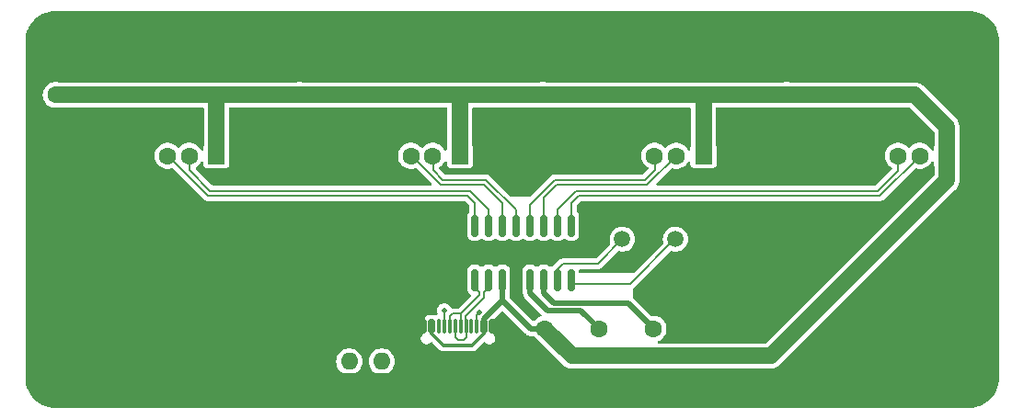
<source format=gtl>
G04 Layer: TopLayer*
G04 EasyEDA Pro v2.2.27.1, 2024-09-15 10:59:50*
G04 Gerber Generator version 0.3*
G04 Scale: 100 percent, Rotated: No, Reflected: No*
G04 Dimensions in millimeters*
G04 Leading zeros omitted, absolute positions, 3 integers and 5 decimals*
%TF.GenerationSoftware,KiCad,Pcbnew,8.0.5*%
%TF.CreationDate,2024-10-25T21:21:59+08:00*%
%TF.ProjectId,USB_HUB_SL2_1A,5553425f-4855-4425-9f53-4c325f31412e,rev?*%
%TF.SameCoordinates,Original*%
%TF.FileFunction,Copper,L1,Top*%
%TF.FilePolarity,Positive*%
%FSLAX46Y46*%
G04 Gerber Fmt 4.6, Leading zero omitted, Abs format (unit mm)*
G04 Created by KiCad (PCBNEW 8.0.5) date 2024-10-25 21:21:59*
%MOMM*%
%LPD*%
G01*
G04 APERTURE LIST*
G04 Aperture macros list*
%AMRoundRect*
0 Rectangle with rounded corners*
0 $1 Rounding radius*
0 $2 $3 $4 $5 $6 $7 $8 $9 X,Y pos of 4 corners*
0 Add a 4 corners polygon primitive as box body*
4,1,4,$2,$3,$4,$5,$6,$7,$8,$9,$2,$3,0*
0 Add four circle primitives for the rounded corners*
1,1,$1+$1,$2,$3*
1,1,$1+$1,$4,$5*
1,1,$1+$1,$6,$7*
1,1,$1+$1,$8,$9*
0 Add four rect primitives between the rounded corners*
20,1,$1+$1,$2,$3,$4,$5,0*
20,1,$1+$1,$4,$5,$6,$7,0*
20,1,$1+$1,$6,$7,$8,$9,0*
20,1,$1+$1,$8,$9,$2,$3,0*%
G04 Aperture macros list end*
%TA.AperFunction,ComponentPad*%
%ADD10C,1.600000*%
%TD*%
%TA.AperFunction,ComponentPad*%
%ADD11C,6.000000*%
%TD*%
%TA.AperFunction,ComponentPad*%
%ADD12O,1.600000X1.600000*%
%TD*%
%TA.AperFunction,ComponentPad*%
%ADD13R,1.600000X1.500000*%
%TD*%
%TA.AperFunction,ComponentPad*%
%ADD14C,3.000000*%
%TD*%
%TA.AperFunction,ComponentPad*%
%ADD15C,1.500000*%
%TD*%
%TA.AperFunction,ComponentPad*%
%ADD16C,2.500000*%
%TD*%
%TA.AperFunction,SMDPad,CuDef*%
%ADD17RoundRect,0.150000X-0.150000X0.850000X-0.150000X-0.850000X0.150000X-0.850000X0.150000X0.850000X0*%
%TD*%
%TA.AperFunction,SMDPad,CuDef*%
%ADD18RoundRect,0.150000X-0.150000X-0.500000X0.150000X-0.500000X0.150000X0.500000X-0.150000X0.500000X0*%
%TD*%
%TA.AperFunction,SMDPad,CuDef*%
%ADD19RoundRect,0.075000X-0.075000X-0.575000X0.075000X-0.575000X0.075000X0.575000X-0.075000X0.575000X0*%
%TD*%
%TA.AperFunction,ComponentPad*%
%ADD20O,1.000000X2.100000*%
%TD*%
%TA.AperFunction,ComponentPad*%
%ADD21O,1.000000X1.600000*%
%TD*%
%TA.AperFunction,ViaPad*%
%ADD22C,0.500000*%
%TD*%
%TA.AperFunction,Conductor*%
%ADD23C,0.180000*%
%TD*%
%TA.AperFunction,Conductor*%
%ADD24C,1.000000*%
%TD*%
%TA.AperFunction,Conductor*%
%ADD25C,1.500000*%
%TD*%
%TA.AperFunction,Conductor*%
%ADD26C,0.500000*%
%TD*%
%TA.AperFunction,Conductor*%
%ADD27C,0.300000*%
%TD*%
%TA.AperFunction,Conductor*%
%ADD28C,0.200000*%
%TD*%
G04 APERTURE END LIST*
D10*
%TO.P,C4,1*%
%TO.N,VBUS*%
X103000000Y-107940000D03*
%TO.P,C4,2*%
%TO.N,GND*%
X103000000Y-112940000D03*
%TD*%
%TO.P,C8,1*%
%TO.N,VBUS*%
X125428570Y-107940000D03*
%TO.P,C8,2*%
%TO.N,GND*%
X125428570Y-112940000D03*
%TD*%
D11*
%TO.P,H1,1,1*%
%TO.N,GND*%
X185000000Y-132000000D03*
%TD*%
D10*
%TO.P,C7,1*%
%TO.N,VBUS*%
X148000000Y-129500000D03*
%TO.P,C7,2*%
%TO.N,GND*%
X148000000Y-134500000D03*
%TD*%
%TO.P,C6,1*%
%TO.N,VBUS*%
X147857140Y-107940000D03*
%TO.P,C6,2*%
%TO.N,GND*%
X147857140Y-112940000D03*
%TD*%
D11*
%TO.P,H2,1,1*%
%TO.N,GND*%
X105000000Y-132000000D03*
%TD*%
D10*
%TO.P,R1,1*%
%TO.N,GND*%
X133000000Y-129955000D03*
D12*
%TO.P,R1,2*%
%TO.N,Net-(USB2-CC2)*%
X133000000Y-132495000D03*
%TD*%
D13*
%TO.P,USB1,1,VBUS*%
%TO.N,VBUS*%
X185000000Y-113560000D03*
D10*
%TO.P,USB1,2,D-*%
%TO.N,/USBA1_D-*%
X182500000Y-113560000D03*
%TO.P,USB1,3,D+*%
%TO.N,/USBA1_D+*%
X180500000Y-113560000D03*
%TO.P,USB1,4,GND*%
%TO.N,GND*%
X178000000Y-113560000D03*
D14*
%TO.P,USB1,5,Shield*%
X188070000Y-110850000D03*
X174930000Y-110850000D03*
%TD*%
D10*
%TO.P,C3,1*%
%TO.N,/VDD18*%
X158000000Y-129500000D03*
%TO.P,C3,2*%
%TO.N,GND*%
X158000000Y-134500000D03*
%TD*%
D13*
%TO.P,USB3,1,VBUS*%
%TO.N,VBUS*%
X162594761Y-113560000D03*
D10*
%TO.P,USB3,2,D-*%
%TO.N,/USBA2_D-*%
X160094761Y-113560000D03*
%TO.P,USB3,3,D+*%
%TO.N,/USBA2_D+*%
X158094761Y-113560000D03*
%TO.P,USB3,4,GND*%
%TO.N,GND*%
X155594761Y-113560000D03*
D14*
%TO.P,USB3,5,Shield*%
X165664761Y-110850000D03*
X152524761Y-110850000D03*
%TD*%
D10*
%TO.P,C2,1*%
%TO.N,/VDD33*%
X153000000Y-129500000D03*
%TO.P,C2,2*%
%TO.N,GND*%
X153000000Y-134500000D03*
%TD*%
D15*
%TO.P,X1,1,1*%
%TO.N,Net-(U1-XIN)*%
X160020000Y-121240000D03*
D16*
%TO.P,X1,2,2*%
%TO.N,GND*%
X157580000Y-121240000D03*
D15*
%TO.P,X1,3,3*%
%TO.N,Net-(U1-XOUT)*%
X155140000Y-121240000D03*
%TD*%
D13*
%TO.P,USB4,1,VBUS*%
%TO.N,VBUS*%
X140189523Y-113560000D03*
D10*
%TO.P,USB4,2,D-*%
%TO.N,/USBA3_D-*%
X137689523Y-113560000D03*
%TO.P,USB4,3,D+*%
%TO.N,/USBA3_D+*%
X135689523Y-113560000D03*
%TO.P,USB4,4,GND*%
%TO.N,GND*%
X133189523Y-113560000D03*
D14*
%TO.P,USB4,5,Shield*%
X143259523Y-110850000D03*
X130119523Y-110850000D03*
%TD*%
D10*
%TO.P,C1,1*%
%TO.N,VBUS*%
X170285710Y-107940000D03*
%TO.P,C1,2*%
%TO.N,GND*%
X170285710Y-112940000D03*
%TD*%
D13*
%TO.P,USB5,1,VBUS*%
%TO.N,VBUS*%
X117784285Y-113560000D03*
D10*
%TO.P,USB5,2,D-*%
%TO.N,/USBA4_D-*%
X115284285Y-113560000D03*
%TO.P,USB5,3,D+*%
%TO.N,/USBA4_D+*%
X113284285Y-113560000D03*
%TO.P,USB5,4,GND*%
%TO.N,GND*%
X110784285Y-113560000D03*
D14*
%TO.P,USB5,5,Shield*%
X120854285Y-110850000D03*
X107714285Y-110850000D03*
%TD*%
D17*
%TO.P,U1,1,DM4*%
%TO.N,/USBA1_D-*%
X150445000Y-120000000D03*
%TO.P,U1,2,DP4*%
%TO.N,/USBA1_D+*%
X149175000Y-120000000D03*
%TO.P,U1,3,DM3*%
%TO.N,/USBA2_D-*%
X147905000Y-120000000D03*
%TO.P,U1,4,DP3*%
%TO.N,/USBA2_D+*%
X146635000Y-120000000D03*
%TO.P,U1,5,DM2*%
%TO.N,/USBA3_D-*%
X145365000Y-120000000D03*
%TO.P,U1,6,DP2*%
%TO.N,/USBA3_D+*%
X144095000Y-120000000D03*
%TO.P,U1,7,DM1*%
%TO.N,/USBA4_D-*%
X142825000Y-120000000D03*
%TO.P,U1,8,DP1*%
%TO.N,/USBA4_D+*%
X141555000Y-120000000D03*
%TO.P,U1,9,DM*%
%TO.N,/USBC_D-*%
X141555000Y-125000000D03*
%TO.P,U1,10,DP*%
%TO.N,/USBC_D+*%
X142825000Y-125000000D03*
%TO.P,U1,11,VDD5*%
%TO.N,VBUS*%
X144095000Y-125000000D03*
%TO.P,U1,12,GND*%
%TO.N,GND*%
X145365000Y-125000000D03*
%TO.P,U1,13,VDD33*%
%TO.N,/VDD33*%
X146635000Y-125000000D03*
%TO.P,U1,14,VDD18*%
%TO.N,/VDD18*%
X147905000Y-125000000D03*
%TO.P,U1,15,XOUT*%
%TO.N,Net-(U1-XOUT)*%
X149175000Y-125000000D03*
%TO.P,U1,16,XIN*%
%TO.N,Net-(U1-XIN)*%
X150445000Y-125000000D03*
%TD*%
D10*
%TO.P,R2,1*%
%TO.N,GND*%
X130000000Y-129955000D03*
D12*
%TO.P,R2,2*%
%TO.N,Net-(USB2-CC1)*%
X130000000Y-132495000D03*
%TD*%
D18*
%TO.P,USB2,A1,GND*%
%TO.N,GND*%
X136800000Y-129255000D03*
%TO.P,USB2,A4,VBUS*%
%TO.N,VBUS*%
X137600000Y-129255000D03*
D19*
%TO.P,USB2,A5,CC1*%
%TO.N,Net-(USB2-CC1)*%
X138750000Y-129255000D03*
%TO.P,USB2,A6,D+*%
%TO.N,/USBC_D+*%
X139750000Y-129255000D03*
%TO.P,USB2,A7,D-*%
%TO.N,/USBC_D-*%
X140250000Y-129255000D03*
%TO.P,USB2,A8,SBU1*%
%TO.N,unconnected-(USB2-SBU1-PadA8)*%
X141250000Y-129255000D03*
D18*
%TO.P,USB2,A9,VBUS*%
%TO.N,VBUS*%
X142400000Y-129255000D03*
%TO.P,USB2,A12,GND*%
%TO.N,GND*%
X143200000Y-129255000D03*
%TO.P,USB2,B1,GND*%
X143200000Y-129255000D03*
%TO.P,USB2,B4,VBUS*%
%TO.N,VBUS*%
X142400000Y-129255000D03*
D19*
%TO.P,USB2,B5,CC2*%
%TO.N,Net-(USB2-CC2)*%
X141750000Y-129255000D03*
%TO.P,USB2,B6,D+*%
%TO.N,/USBC_D+*%
X140750000Y-129255000D03*
%TO.P,USB2,B7,D-*%
%TO.N,/USBC_D-*%
X139250000Y-129255000D03*
%TO.P,USB2,B8,SBU2*%
%TO.N,unconnected-(USB2-SBU2-PadB8)*%
X138250000Y-129255000D03*
D18*
%TO.P,USB2,B9,VBUS*%
%TO.N,VBUS*%
X137600000Y-129255000D03*
%TO.P,USB2,B12,GND*%
%TO.N,GND*%
X136800000Y-129255000D03*
D20*
%TO.P,USB2,S1,SHIELD*%
X135680000Y-129895000D03*
D21*
X135680000Y-134075000D03*
D20*
X144320000Y-129895000D03*
D21*
X144320000Y-134075000D03*
%TD*%
D22*
%TO.N,GND*%
X114250000Y-111728000D03*
X169030000Y-119160000D03*
%TO.N,Net-(USB2-CC1)*%
X138750000Y-127800000D03*
%TO.N,GND*%
X122860000Y-123080000D03*
X168580000Y-102540000D03*
X163980000Y-128100000D03*
X112700000Y-102540000D03*
X133020000Y-102540000D03*
X183820000Y-102540000D03*
X117780000Y-102540000D03*
X178740000Y-102540000D03*
X188250000Y-126140000D03*
X183170000Y-121060000D03*
X137060000Y-119990000D03*
X102540000Y-118000000D03*
X174500000Y-129570000D03*
X122860000Y-102540000D03*
X122860000Y-128160000D03*
X183170000Y-126140000D03*
X107620000Y-102540000D03*
X188250000Y-121060000D03*
X112700000Y-123080000D03*
X146680000Y-122350000D03*
X131980000Y-119990000D03*
X126900000Y-119990000D03*
X107620000Y-128160000D03*
X138100000Y-102540000D03*
X159780000Y-115640000D03*
X117780000Y-128160000D03*
X178740000Y-118800000D03*
X137060000Y-125070000D03*
X174500000Y-134650000D03*
X163950000Y-119160000D03*
X143630000Y-122350000D03*
X102540000Y-128160000D03*
X156770000Y-126130000D03*
X122860000Y-133240000D03*
X158420000Y-102540000D03*
X107620000Y-118000000D03*
X145800000Y-116570000D03*
X107620000Y-123080000D03*
X163500000Y-102540000D03*
X143180000Y-102540000D03*
X169060000Y-128100000D03*
X148260000Y-102540000D03*
X140130000Y-126530000D03*
X126900000Y-125070000D03*
X178190000Y-115500000D03*
X159770000Y-130110000D03*
X153340000Y-102540000D03*
X102540000Y-123080000D03*
X112700000Y-128160000D03*
X131980000Y-125070000D03*
X136270000Y-115870000D03*
X182620000Y-115310000D03*
X179580000Y-129570000D03*
X112700000Y-118000000D03*
X127940000Y-102540000D03*
X117780000Y-133240000D03*
X117780000Y-123080000D03*
X102540000Y-102540000D03*
X163950000Y-124240000D03*
X112700000Y-133240000D03*
X117210000Y-115290000D03*
X169030000Y-124240000D03*
X140280000Y-118410000D03*
X173660000Y-102540000D03*
X146770000Y-127760000D03*
X174110000Y-119160000D03*
X179580000Y-134650000D03*
%TO.N,Net-(USB2-CC2)*%
X142000000Y-127980000D03*
%TD*%
D23*
%TO.N,Net-(U1-XOUT)*%
X149675001Y-123500000D02*
X152880000Y-123500000D01*
X152880000Y-123500000D02*
X155140000Y-121240000D01*
X149175000Y-124000001D02*
X149675001Y-123500000D01*
X149175000Y-125000000D02*
X149175000Y-124000001D01*
D24*
%TO.N,GND*%
X154200000Y-119500000D02*
X151350000Y-122350000D01*
X151350000Y-122350000D02*
X146680000Y-122350000D01*
X155840000Y-119500000D02*
X154200000Y-119500000D01*
X157580000Y-121240000D02*
X155840000Y-119500000D01*
D25*
%TO.N,VBUS*%
X185000000Y-115810000D02*
X185000000Y-113560000D01*
X168810000Y-132000000D02*
X185000000Y-115810000D01*
X148000000Y-129500000D02*
X150500000Y-132000000D01*
X150500000Y-132000000D02*
X168810000Y-132000000D01*
%TO.N,GND*%
X135675000Y-133786500D02*
X147246500Y-133786500D01*
X130000000Y-129955000D02*
X128868630Y-129955000D01*
D24*
X141110000Y-122350000D02*
X135675000Y-127785000D01*
D25*
X182460000Y-134540000D02*
X185000000Y-132000000D01*
X147246500Y-133786500D02*
X148000000Y-134540000D01*
D23*
%TO.N,Net-(USB2-CC1)*%
X138750000Y-129036500D02*
X138750000Y-127800000D01*
D25*
%TO.N,GND*%
X135675000Y-133786500D02*
X135156500Y-134305000D01*
X158000000Y-134540000D02*
X182460000Y-134540000D01*
D26*
X145365000Y-125372500D02*
X145365000Y-122395000D01*
D25*
X135675000Y-129586500D02*
X133368500Y-129586500D01*
D24*
X145410000Y-122350000D02*
X143630000Y-122350000D01*
D26*
X136800000Y-129036500D02*
X136225000Y-129036500D01*
X143775000Y-129036500D02*
X144325000Y-129586500D01*
D25*
X107305000Y-134305000D02*
X105000000Y-132000000D01*
D26*
X145365000Y-122395000D02*
X145410000Y-122350000D01*
X136225000Y-129036500D02*
X135675000Y-129586500D01*
D25*
X148000000Y-134540000D02*
X158000000Y-134540000D01*
X128868630Y-129955000D02*
X126900000Y-131923630D01*
D24*
X146680000Y-122350000D02*
X145410000Y-122350000D01*
D25*
X126900000Y-134305000D02*
X107305000Y-134305000D01*
X130000000Y-129955000D02*
X133000000Y-129955000D01*
D24*
X143630000Y-122350000D02*
X141110000Y-122350000D01*
D25*
X126900000Y-131923630D02*
X126900000Y-134305000D01*
D24*
X135675000Y-127785000D02*
X135675000Y-129586500D01*
D25*
X133368500Y-129586500D02*
X133000000Y-129955000D01*
D26*
X143200000Y-129036500D02*
X143775000Y-129036500D01*
D25*
X135156500Y-134305000D02*
X126900000Y-134305000D01*
X144325000Y-129586500D02*
X144325000Y-133786500D01*
D27*
%TO.N,VBUS*%
X137600000Y-129904999D02*
X138695001Y-131000000D01*
X137600000Y-129255000D02*
X137600000Y-129904999D01*
D25*
X162600000Y-107940000D02*
X182040000Y-107940000D01*
X140200000Y-107940000D02*
X162600000Y-107940000D01*
X140189523Y-113560000D02*
X140189523Y-107950477D01*
X117800000Y-107940000D02*
X140200000Y-107940000D01*
D26*
X142400000Y-128600000D02*
X144095000Y-126905000D01*
D27*
X142400000Y-129930406D02*
X142400000Y-129255000D01*
D25*
X117784285Y-107955715D02*
X117800000Y-107940000D01*
D26*
X144095000Y-126905000D02*
X144095000Y-125000000D01*
D25*
X103000000Y-107940000D02*
X117800000Y-107940000D01*
D27*
X141330406Y-131000000D02*
X142400000Y-129930406D01*
D25*
X182040000Y-107940000D02*
X185000000Y-110900000D01*
X162594761Y-113560000D02*
X162594761Y-107945239D01*
D26*
X144095000Y-126905000D02*
X144105000Y-126905000D01*
D27*
X138695001Y-131000000D02*
X141330406Y-131000000D01*
D25*
X117784285Y-113560000D02*
X117784285Y-107955715D01*
D26*
X144105000Y-126905000D02*
X146700000Y-129500000D01*
X146700000Y-129500000D02*
X148000000Y-129500000D01*
D25*
X162594761Y-107945239D02*
X162600000Y-107940000D01*
D26*
X142400000Y-129255000D02*
X142400000Y-128600000D01*
D25*
X185000000Y-110900000D02*
X185000000Y-113560000D01*
X140189523Y-107950477D02*
X140200000Y-107940000D01*
D23*
%TO.N,Net-(USB2-CC2)*%
X141750000Y-129036500D02*
X141750000Y-128230000D01*
X141750000Y-128230000D02*
X142000000Y-127980000D01*
D28*
%TO.N,/USBA3_D+*%
X144095000Y-117913200D02*
X144095000Y-119627500D01*
X135712855Y-113500000D02*
X138437855Y-116225000D01*
X142406800Y-116225000D02*
X144095000Y-117913200D01*
X138437855Y-116225000D02*
X142406800Y-116225000D01*
%TO.N,/USBA2_D+*%
X157230028Y-115775000D02*
X158141425Y-114863603D01*
X146635000Y-118046800D02*
X148906800Y-115775000D01*
X148906800Y-115775000D02*
X157230028Y-115775000D01*
X146635000Y-119627500D02*
X146635000Y-118046800D01*
X158141425Y-114863603D02*
X158141425Y-113500000D01*
%TO.N,/USBA4_D-*%
X141093200Y-116775000D02*
X142825000Y-118506800D01*
X117195682Y-116775000D02*
X141093200Y-116775000D01*
X115284285Y-113560000D02*
X115284285Y-114863603D01*
X142825000Y-118506800D02*
X142825000Y-119627500D01*
X115284285Y-114863603D02*
X117195682Y-116775000D01*
%TO.N,/USBC_D+*%
X140725000Y-128293200D02*
X142415000Y-126603200D01*
X140750000Y-128755000D02*
X140725000Y-128730000D01*
D23*
X139750000Y-129255000D02*
X139750000Y-130250000D01*
D28*
X142415000Y-126110000D02*
X142825000Y-125700000D01*
D23*
X140000000Y-130500000D02*
X140500000Y-130500000D01*
D28*
X142415000Y-126603200D02*
X142415000Y-126110000D01*
D23*
X140500000Y-130500000D02*
X140750000Y-130250000D01*
D28*
X140725000Y-128730000D02*
X140725000Y-128293200D01*
X142825000Y-125700000D02*
X142825000Y-125000000D01*
D23*
X140750000Y-130250000D02*
X140750000Y-129255000D01*
X139750000Y-130250000D02*
X140000000Y-130500000D01*
D28*
X140750000Y-129255000D02*
X140750000Y-128755000D01*
%TO.N,/USBA1_D+*%
X178658603Y-116775000D02*
X150906800Y-116775000D01*
X149175000Y-118506800D02*
X149175000Y-119627500D01*
X180500000Y-114933603D02*
X178658603Y-116775000D01*
X180500000Y-113560000D02*
X180500000Y-114933603D01*
X150906800Y-116775000D02*
X149175000Y-118506800D01*
%TO.N,/USBA1_D-*%
X182500000Y-113560000D02*
X182500000Y-113570000D01*
X150445000Y-117873200D02*
X150445000Y-119627500D01*
X182500000Y-113570000D02*
X178845000Y-117225000D01*
X178845000Y-117225000D02*
X151093200Y-117225000D01*
X151093200Y-117225000D02*
X150445000Y-117873200D01*
%TO.N,/USBA2_D-*%
X149093200Y-116225000D02*
X147905000Y-117413200D01*
X157416425Y-116225000D02*
X149093200Y-116225000D01*
X147905000Y-117413200D02*
X147905000Y-119627500D01*
X160141425Y-113500000D02*
X157416425Y-116225000D01*
%TO.N,/USBC_D-*%
X140275000Y-128730000D02*
X140275000Y-128106800D01*
D23*
X139250000Y-129255000D02*
X139250000Y-128350000D01*
D28*
X141555000Y-125700000D02*
X141555000Y-125000000D01*
X140250000Y-129255000D02*
X140250000Y-128755000D01*
D23*
X139250000Y-128350000D02*
X139493200Y-128106800D01*
D28*
X141965000Y-126110000D02*
X141555000Y-125700000D01*
X140250000Y-128755000D02*
X140275000Y-128730000D01*
X141965000Y-126416800D02*
X141965000Y-126110000D01*
X140275000Y-128106800D02*
X141965000Y-126416800D01*
D23*
X139493200Y-128106800D02*
X140275000Y-128106800D01*
D28*
%TO.N,/USBA3_D-*%
X142593200Y-115775000D02*
X138624252Y-115775000D01*
X137712855Y-114863603D02*
X137712855Y-113500000D01*
X145365000Y-119627500D02*
X145365000Y-118546800D01*
X138624252Y-115775000D02*
X137712855Y-114863603D01*
X145365000Y-118546800D02*
X142593200Y-115775000D01*
%TO.N,/USBA4_D+*%
X117009285Y-117225000D02*
X140906800Y-117225000D01*
X113344285Y-113560000D02*
X117009285Y-117225000D01*
X140906800Y-117225000D02*
X141555000Y-117873200D01*
X113284285Y-113560000D02*
X113344285Y-113560000D01*
X141555000Y-117873200D02*
X141555000Y-119627500D01*
D26*
%TO.N,/VDD33*%
X153000000Y-129460000D02*
X151320000Y-127780000D01*
X148230000Y-127780000D02*
X146635000Y-126185000D01*
X151320000Y-127780000D02*
X148230000Y-127780000D01*
X146635000Y-126185000D02*
X146635000Y-125372500D01*
%TO.N,/VDD18*%
X147905000Y-125372500D02*
X147905000Y-126185000D01*
X147905000Y-126185000D02*
X148870000Y-127150000D01*
X155690000Y-127150000D02*
X158000000Y-129460000D01*
X148870000Y-127150000D02*
X155690000Y-127150000D01*
D23*
%TO.N,Net-(U1-XIN)*%
X155827500Y-125372500D02*
X159960000Y-121240000D01*
X150445000Y-125372500D02*
X155827500Y-125372500D01*
%TD*%
%TA.AperFunction,Conductor*%
%TO.N,GND*%
G36*
X147521643Y-109098194D02*
G01*
X147521685Y-109098049D01*
X147523250Y-109098494D01*
X147525278Y-109098873D01*
X147527200Y-109099618D01*
X147745897Y-109140500D01*
X147745899Y-109140500D01*
X147968381Y-109140500D01*
X147968383Y-109140500D01*
X148187080Y-109099618D01*
X148189001Y-109098873D01*
X148191029Y-109098494D01*
X148192595Y-109098049D01*
X148192636Y-109098194D01*
X148233795Y-109090500D01*
X161320261Y-109090500D01*
X161387300Y-109110185D01*
X161433055Y-109162989D01*
X161444261Y-109214500D01*
X161444261Y-112585948D01*
X161430746Y-112642242D01*
X161409113Y-112684698D01*
X161394261Y-112778475D01*
X161394261Y-112949247D01*
X161374576Y-113016286D01*
X161321772Y-113062041D01*
X161252614Y-113071985D01*
X161189058Y-113042960D01*
X161159261Y-113004519D01*
X161119822Y-112925316D01*
X161119817Y-112925308D01*
X160985740Y-112747761D01*
X160821323Y-112597876D01*
X160821321Y-112597874D01*
X160632165Y-112480754D01*
X160632159Y-112480752D01*
X160424701Y-112400382D01*
X160206004Y-112359500D01*
X159983518Y-112359500D01*
X159764821Y-112400382D01*
X159633625Y-112451207D01*
X159557362Y-112480752D01*
X159557356Y-112480754D01*
X159368200Y-112597874D01*
X159368198Y-112597876D01*
X159203780Y-112747762D01*
X159193714Y-112761093D01*
X159137605Y-112802728D01*
X159067893Y-112807419D01*
X159006711Y-112773676D01*
X158995808Y-112761093D01*
X158985741Y-112747762D01*
X158821323Y-112597876D01*
X158821321Y-112597874D01*
X158632165Y-112480754D01*
X158632159Y-112480752D01*
X158424701Y-112400382D01*
X158206004Y-112359500D01*
X157983518Y-112359500D01*
X157764821Y-112400382D01*
X157633625Y-112451207D01*
X157557362Y-112480752D01*
X157557356Y-112480754D01*
X157368200Y-112597874D01*
X157368198Y-112597876D01*
X157203781Y-112747761D01*
X157069704Y-112925308D01*
X157069699Y-112925316D01*
X156970536Y-113124461D01*
X156970530Y-113124476D01*
X156909646Y-113338462D01*
X156909645Y-113338464D01*
X156889118Y-113559999D01*
X156889118Y-113560000D01*
X156909645Y-113781535D01*
X156909646Y-113781537D01*
X156970530Y-113995523D01*
X156970536Y-113995538D01*
X157069699Y-114194683D01*
X157069704Y-114194691D01*
X157203781Y-114372238D01*
X157368198Y-114522123D01*
X157368200Y-114522125D01*
X157486394Y-114595307D01*
X157533030Y-114647334D01*
X157544134Y-114716316D01*
X157516181Y-114780351D01*
X157508798Y-114788415D01*
X157059033Y-115238181D01*
X156997710Y-115271666D01*
X156971352Y-115274500D01*
X148840907Y-115274500D01*
X148713612Y-115308608D01*
X148599486Y-115374500D01*
X148599483Y-115374502D01*
X146660305Y-117313681D01*
X146598982Y-117347166D01*
X146572624Y-117350000D01*
X144964487Y-117350000D01*
X144959365Y-117352797D01*
X144889673Y-117347813D01*
X144845326Y-117319312D01*
X142900516Y-115374502D01*
X142900514Y-115374500D01*
X142843450Y-115341554D01*
X142786387Y-115308608D01*
X142722739Y-115291554D01*
X142659092Y-115274500D01*
X142659091Y-115274500D01*
X138882928Y-115274500D01*
X138815889Y-115254815D01*
X138795247Y-115238181D01*
X138318715Y-114761649D01*
X138285230Y-114700326D01*
X138290214Y-114630634D01*
X138332086Y-114574701D01*
X138341119Y-114568541D01*
X138416083Y-114522125D01*
X138416082Y-114522125D01*
X138416085Y-114522124D01*
X138580504Y-114372236D01*
X138714581Y-114194689D01*
X138754024Y-114115476D01*
X138801525Y-114064242D01*
X138869188Y-114046820D01*
X138935528Y-114068745D01*
X138979484Y-114123056D01*
X138989023Y-114170749D01*
X138989023Y-114341517D01*
X138993889Y-114372238D01*
X139003877Y-114435304D01*
X139061473Y-114548342D01*
X139061475Y-114548344D01*
X139061477Y-114548347D01*
X139151175Y-114638045D01*
X139151177Y-114638046D01*
X139151181Y-114638050D01*
X139264217Y-114695645D01*
X139264221Y-114695647D01*
X139357998Y-114710499D01*
X139358004Y-114710500D01*
X140088974Y-114710499D01*
X140088988Y-114710500D01*
X140098977Y-114710500D01*
X140290059Y-114710500D01*
X140290071Y-114710499D01*
X141021040Y-114710499D01*
X141021041Y-114710499D01*
X141114827Y-114695646D01*
X141227865Y-114638050D01*
X141317573Y-114548342D01*
X141375169Y-114435304D01*
X141375169Y-114435302D01*
X141375170Y-114435301D01*
X141390022Y-114341524D01*
X141390023Y-114341519D01*
X141390022Y-112778482D01*
X141375169Y-112684696D01*
X141375168Y-112684694D01*
X141375168Y-112684692D01*
X141353538Y-112642241D01*
X141340023Y-112585947D01*
X141340023Y-109214500D01*
X141359708Y-109147461D01*
X141412512Y-109101706D01*
X141464023Y-109090500D01*
X147480485Y-109090500D01*
X147521643Y-109098194D01*
G37*
%TD.AperFunction*%
%TA.AperFunction,Conductor*%
G36*
X125093073Y-109098194D02*
G01*
X125093115Y-109098049D01*
X125094680Y-109098494D01*
X125096708Y-109098873D01*
X125098630Y-109099618D01*
X125317327Y-109140500D01*
X125317329Y-109140500D01*
X125539811Y-109140500D01*
X125539813Y-109140500D01*
X125758510Y-109099618D01*
X125760431Y-109098873D01*
X125762459Y-109098494D01*
X125764025Y-109098049D01*
X125764066Y-109098194D01*
X125805225Y-109090500D01*
X138915023Y-109090500D01*
X138982062Y-109110185D01*
X139027817Y-109162989D01*
X139039023Y-109214500D01*
X139039023Y-112585948D01*
X139025508Y-112642242D01*
X139003875Y-112684698D01*
X138989023Y-112778475D01*
X138989023Y-112949247D01*
X138969338Y-113016286D01*
X138916534Y-113062041D01*
X138847376Y-113071985D01*
X138783820Y-113042960D01*
X138754023Y-113004519D01*
X138714584Y-112925316D01*
X138714579Y-112925308D01*
X138580502Y-112747761D01*
X138416085Y-112597876D01*
X138416083Y-112597874D01*
X138226927Y-112480754D01*
X138226921Y-112480752D01*
X138019463Y-112400382D01*
X137800766Y-112359500D01*
X137578280Y-112359500D01*
X137359583Y-112400382D01*
X137228387Y-112451207D01*
X137152124Y-112480752D01*
X137152118Y-112480754D01*
X136962962Y-112597874D01*
X136962960Y-112597876D01*
X136798542Y-112747762D01*
X136788476Y-112761093D01*
X136732367Y-112802728D01*
X136662655Y-112807419D01*
X136601473Y-112773676D01*
X136590570Y-112761093D01*
X136580503Y-112747762D01*
X136416085Y-112597876D01*
X136416083Y-112597874D01*
X136226927Y-112480754D01*
X136226921Y-112480752D01*
X136019463Y-112400382D01*
X135800766Y-112359500D01*
X135578280Y-112359500D01*
X135359583Y-112400382D01*
X135228387Y-112451207D01*
X135152124Y-112480752D01*
X135152118Y-112480754D01*
X134962962Y-112597874D01*
X134962960Y-112597876D01*
X134798543Y-112747761D01*
X134664466Y-112925308D01*
X134664461Y-112925316D01*
X134565298Y-113124461D01*
X134565292Y-113124476D01*
X134504408Y-113338462D01*
X134504407Y-113338464D01*
X134483880Y-113559999D01*
X134483880Y-113560000D01*
X134504407Y-113781535D01*
X134504408Y-113781537D01*
X134565292Y-113995523D01*
X134565298Y-113995538D01*
X134664461Y-114194683D01*
X134664466Y-114194691D01*
X134798543Y-114372238D01*
X134962960Y-114522123D01*
X134962962Y-114522125D01*
X135152118Y-114639245D01*
X135152119Y-114639245D01*
X135152122Y-114639247D01*
X135359583Y-114719618D01*
X135578280Y-114760500D01*
X135578282Y-114760500D01*
X135800764Y-114760500D01*
X135800766Y-114760500D01*
X136019463Y-114719618D01*
X136092020Y-114691508D01*
X136161643Y-114685646D01*
X136223383Y-114718355D01*
X136224495Y-114719454D01*
X137567860Y-116062819D01*
X137601345Y-116124142D01*
X137596361Y-116193834D01*
X137554489Y-116249767D01*
X137489025Y-116274184D01*
X137480179Y-116274500D01*
X117454358Y-116274500D01*
X117387319Y-116254815D01*
X117366677Y-116238181D01*
X115899067Y-114770571D01*
X115865582Y-114709248D01*
X115870566Y-114639556D01*
X115912438Y-114583623D01*
X115921471Y-114577463D01*
X116010845Y-114522125D01*
X116010844Y-114522125D01*
X116010847Y-114522124D01*
X116175266Y-114372236D01*
X116309343Y-114194689D01*
X116348786Y-114115476D01*
X116396287Y-114064242D01*
X116463950Y-114046820D01*
X116530290Y-114068745D01*
X116574246Y-114123056D01*
X116583785Y-114170749D01*
X116583785Y-114341517D01*
X116588651Y-114372238D01*
X116598639Y-114435304D01*
X116656235Y-114548342D01*
X116656237Y-114548344D01*
X116656239Y-114548347D01*
X116745937Y-114638045D01*
X116745939Y-114638046D01*
X116745943Y-114638050D01*
X116858979Y-114695645D01*
X116858983Y-114695647D01*
X116952760Y-114710499D01*
X116952766Y-114710500D01*
X117683736Y-114710499D01*
X117683750Y-114710500D01*
X117693739Y-114710500D01*
X117884821Y-114710500D01*
X117884833Y-114710499D01*
X118615802Y-114710499D01*
X118615803Y-114710499D01*
X118709589Y-114695646D01*
X118822627Y-114638050D01*
X118912335Y-114548342D01*
X118969931Y-114435304D01*
X118969931Y-114435302D01*
X118969932Y-114435301D01*
X118984784Y-114341524D01*
X118984785Y-114341519D01*
X118984784Y-112778482D01*
X118969931Y-112684696D01*
X118969930Y-112684694D01*
X118969930Y-112684692D01*
X118948300Y-112642241D01*
X118934785Y-112585947D01*
X118934785Y-109214500D01*
X118954470Y-109147461D01*
X119007274Y-109101706D01*
X119058785Y-109090500D01*
X125051915Y-109090500D01*
X125093073Y-109098194D01*
G37*
%TD.AperFunction*%
%TA.AperFunction,Conductor*%
G36*
X169950213Y-109098194D02*
G01*
X169950255Y-109098049D01*
X169951820Y-109098494D01*
X169953848Y-109098873D01*
X169955770Y-109099618D01*
X170174467Y-109140500D01*
X170174469Y-109140500D01*
X170396951Y-109140500D01*
X170396953Y-109140500D01*
X170615650Y-109099618D01*
X170617571Y-109098873D01*
X170619599Y-109098494D01*
X170621165Y-109098049D01*
X170621206Y-109098194D01*
X170662365Y-109090500D01*
X181512085Y-109090500D01*
X181579124Y-109110185D01*
X181599766Y-109126819D01*
X183813181Y-111340234D01*
X183846666Y-111401557D01*
X183849500Y-111427915D01*
X183849500Y-112585948D01*
X183835985Y-112642242D01*
X183814352Y-112684698D01*
X183799500Y-112778475D01*
X183799500Y-112949247D01*
X183779815Y-113016286D01*
X183727011Y-113062041D01*
X183657853Y-113071985D01*
X183594297Y-113042960D01*
X183564500Y-113004519D01*
X183525061Y-112925316D01*
X183525056Y-112925308D01*
X183390979Y-112747761D01*
X183226562Y-112597876D01*
X183226560Y-112597874D01*
X183037404Y-112480754D01*
X183037398Y-112480752D01*
X182829940Y-112400382D01*
X182611243Y-112359500D01*
X182388757Y-112359500D01*
X182170060Y-112400382D01*
X182038864Y-112451207D01*
X181962601Y-112480752D01*
X181962595Y-112480754D01*
X181773439Y-112597874D01*
X181773437Y-112597876D01*
X181609019Y-112747762D01*
X181598953Y-112761093D01*
X181542844Y-112802728D01*
X181473132Y-112807419D01*
X181411950Y-112773676D01*
X181401047Y-112761093D01*
X181390980Y-112747762D01*
X181226562Y-112597876D01*
X181226560Y-112597874D01*
X181037404Y-112480754D01*
X181037398Y-112480752D01*
X180829940Y-112400382D01*
X180611243Y-112359500D01*
X180388757Y-112359500D01*
X180170060Y-112400382D01*
X180038864Y-112451207D01*
X179962601Y-112480752D01*
X179962595Y-112480754D01*
X179773439Y-112597874D01*
X179773437Y-112597876D01*
X179609020Y-112747761D01*
X179474943Y-112925308D01*
X179474938Y-112925316D01*
X179375775Y-113124461D01*
X179375769Y-113124476D01*
X179314885Y-113338462D01*
X179314884Y-113338464D01*
X179294357Y-113559999D01*
X179294357Y-113560000D01*
X179314884Y-113781535D01*
X179314885Y-113781537D01*
X179375769Y-113995523D01*
X179375775Y-113995538D01*
X179474938Y-114194683D01*
X179474943Y-114194691D01*
X179609020Y-114372238D01*
X179773437Y-114522123D01*
X179773439Y-114522125D01*
X179906045Y-114604231D01*
X179952681Y-114656259D01*
X179963785Y-114725240D01*
X179935832Y-114789275D01*
X179928449Y-114797339D01*
X178487608Y-116238181D01*
X178426285Y-116271666D01*
X178399927Y-116274500D01*
X158374101Y-116274500D01*
X158307062Y-116254815D01*
X158261307Y-116202011D01*
X158251363Y-116132853D01*
X158280388Y-116069297D01*
X158286420Y-116062819D01*
X158448693Y-115900546D01*
X159610241Y-114738996D01*
X159671562Y-114705513D01*
X159741253Y-114710497D01*
X159742517Y-114710977D01*
X159764821Y-114719618D01*
X159983518Y-114760500D01*
X159983520Y-114760500D01*
X160206002Y-114760500D01*
X160206004Y-114760500D01*
X160424701Y-114719618D01*
X160632162Y-114639247D01*
X160821323Y-114522124D01*
X160985742Y-114372236D01*
X161119819Y-114194689D01*
X161159262Y-114115476D01*
X161206763Y-114064242D01*
X161274426Y-114046820D01*
X161340766Y-114068745D01*
X161384722Y-114123056D01*
X161394261Y-114170749D01*
X161394261Y-114341517D01*
X161399127Y-114372238D01*
X161409115Y-114435304D01*
X161466711Y-114548342D01*
X161466713Y-114548344D01*
X161466715Y-114548347D01*
X161556413Y-114638045D01*
X161556415Y-114638046D01*
X161556419Y-114638050D01*
X161669455Y-114695645D01*
X161669459Y-114695647D01*
X161763236Y-114710499D01*
X161763242Y-114710500D01*
X162494212Y-114710499D01*
X162494226Y-114710500D01*
X162504215Y-114710500D01*
X162695297Y-114710500D01*
X162695309Y-114710499D01*
X163426278Y-114710499D01*
X163426279Y-114710499D01*
X163520065Y-114695646D01*
X163633103Y-114638050D01*
X163722811Y-114548342D01*
X163780407Y-114435304D01*
X163780407Y-114435302D01*
X163780408Y-114435301D01*
X163795260Y-114341524D01*
X163795261Y-114341519D01*
X163795260Y-112778482D01*
X163780407Y-112684696D01*
X163780406Y-112684694D01*
X163780406Y-112684692D01*
X163758776Y-112642241D01*
X163745261Y-112585947D01*
X163745261Y-109214500D01*
X163764946Y-109147461D01*
X163817750Y-109101706D01*
X163869261Y-109090500D01*
X169909055Y-109090500D01*
X169950213Y-109098194D01*
G37*
%TD.AperFunction*%
%TA.AperFunction,Conductor*%
G36*
X187003472Y-100200695D02*
G01*
X187306503Y-100217713D01*
X187320301Y-100219267D01*
X187616080Y-100269522D01*
X187629636Y-100272616D01*
X187917927Y-100355672D01*
X187931051Y-100360265D01*
X188208222Y-100475072D01*
X188220744Y-100481101D01*
X188423184Y-100592986D01*
X188483328Y-100626227D01*
X188495102Y-100633625D01*
X188739789Y-100807239D01*
X188750657Y-100815907D01*
X188974352Y-101015815D01*
X188984184Y-101025647D01*
X189184092Y-101249342D01*
X189192763Y-101260214D01*
X189366374Y-101504897D01*
X189373772Y-101516671D01*
X189518894Y-101779248D01*
X189524927Y-101791777D01*
X189639734Y-102068948D01*
X189644327Y-102082072D01*
X189727383Y-102370363D01*
X189730477Y-102383920D01*
X189780730Y-102679688D01*
X189782287Y-102693506D01*
X189799305Y-102996527D01*
X189799500Y-103003480D01*
X189799500Y-133996519D01*
X189799305Y-134003472D01*
X189782287Y-134306493D01*
X189780730Y-134320311D01*
X189730477Y-134616079D01*
X189727383Y-134629636D01*
X189644327Y-134917927D01*
X189639734Y-134931051D01*
X189524927Y-135208222D01*
X189518894Y-135220751D01*
X189373772Y-135483328D01*
X189366374Y-135495102D01*
X189192763Y-135739785D01*
X189184092Y-135750657D01*
X188984184Y-135974352D01*
X188974352Y-135984184D01*
X188750657Y-136184092D01*
X188739785Y-136192763D01*
X188495102Y-136366374D01*
X188483328Y-136373772D01*
X188220751Y-136518894D01*
X188208222Y-136524927D01*
X187931051Y-136639734D01*
X187917927Y-136644327D01*
X187629636Y-136727383D01*
X187616079Y-136730477D01*
X187320311Y-136780730D01*
X187306493Y-136782287D01*
X187003472Y-136799305D01*
X186996519Y-136799500D01*
X103003481Y-136799500D01*
X102996528Y-136799305D01*
X102693506Y-136782287D01*
X102679688Y-136780730D01*
X102383920Y-136730477D01*
X102370363Y-136727383D01*
X102082072Y-136644327D01*
X102068948Y-136639734D01*
X101791777Y-136524927D01*
X101779248Y-136518894D01*
X101516671Y-136373772D01*
X101504897Y-136366374D01*
X101260214Y-136192763D01*
X101249342Y-136184092D01*
X101025647Y-135984184D01*
X101015815Y-135974352D01*
X100815907Y-135750657D01*
X100807236Y-135739785D01*
X100633625Y-135495102D01*
X100626227Y-135483328D01*
X100481105Y-135220751D01*
X100475072Y-135208222D01*
X100360265Y-134931051D01*
X100355672Y-134917927D01*
X100272616Y-134629636D01*
X100269522Y-134616079D01*
X100250030Y-134501356D01*
X100219267Y-134320301D01*
X100217713Y-134306503D01*
X100200695Y-134003472D01*
X100200500Y-133996519D01*
X100200500Y-132494999D01*
X128794357Y-132494999D01*
X128794357Y-132495000D01*
X128814884Y-132716535D01*
X128814885Y-132716537D01*
X128875769Y-132930523D01*
X128875775Y-132930538D01*
X128974938Y-133129683D01*
X128974943Y-133129691D01*
X129109020Y-133307238D01*
X129273437Y-133457123D01*
X129273439Y-133457125D01*
X129462595Y-133574245D01*
X129462596Y-133574245D01*
X129462599Y-133574247D01*
X129670060Y-133654618D01*
X129888757Y-133695500D01*
X129888759Y-133695500D01*
X130111241Y-133695500D01*
X130111243Y-133695500D01*
X130329940Y-133654618D01*
X130537401Y-133574247D01*
X130726562Y-133457124D01*
X130890981Y-133307236D01*
X131025058Y-133129689D01*
X131124229Y-132930528D01*
X131185115Y-132716536D01*
X131205643Y-132495000D01*
X131205643Y-132494999D01*
X131794357Y-132494999D01*
X131794357Y-132495000D01*
X131814884Y-132716535D01*
X131814885Y-132716537D01*
X131875769Y-132930523D01*
X131875775Y-132930538D01*
X131974938Y-133129683D01*
X131974943Y-133129691D01*
X132109020Y-133307238D01*
X132273437Y-133457123D01*
X132273439Y-133457125D01*
X132462595Y-133574245D01*
X132462596Y-133574245D01*
X132462599Y-133574247D01*
X132670060Y-133654618D01*
X132888757Y-133695500D01*
X132888759Y-133695500D01*
X133111241Y-133695500D01*
X133111243Y-133695500D01*
X133329940Y-133654618D01*
X133537401Y-133574247D01*
X133726562Y-133457124D01*
X133890981Y-133307236D01*
X134025058Y-133129689D01*
X134124229Y-132930528D01*
X134185115Y-132716536D01*
X134205643Y-132495000D01*
X134185115Y-132273464D01*
X134124229Y-132059472D01*
X134124224Y-132059461D01*
X134025061Y-131860316D01*
X134025056Y-131860308D01*
X133890979Y-131682761D01*
X133726562Y-131532876D01*
X133726560Y-131532874D01*
X133537404Y-131415754D01*
X133537398Y-131415752D01*
X133329940Y-131335382D01*
X133111243Y-131294500D01*
X132888757Y-131294500D01*
X132670060Y-131335382D01*
X132538864Y-131386207D01*
X132462601Y-131415752D01*
X132462595Y-131415754D01*
X132273439Y-131532874D01*
X132273437Y-131532876D01*
X132109020Y-131682761D01*
X131974943Y-131860308D01*
X131974938Y-131860316D01*
X131875775Y-132059461D01*
X131875769Y-132059476D01*
X131814885Y-132273462D01*
X131814884Y-132273464D01*
X131794357Y-132494999D01*
X131205643Y-132494999D01*
X131185115Y-132273464D01*
X131124229Y-132059472D01*
X131124224Y-132059461D01*
X131025061Y-131860316D01*
X131025056Y-131860308D01*
X130890979Y-131682761D01*
X130726562Y-131532876D01*
X130726560Y-131532874D01*
X130537404Y-131415754D01*
X130537398Y-131415752D01*
X130329940Y-131335382D01*
X130111243Y-131294500D01*
X129888757Y-131294500D01*
X129670060Y-131335382D01*
X129538864Y-131386207D01*
X129462601Y-131415752D01*
X129462595Y-131415754D01*
X129273439Y-131532874D01*
X129273437Y-131532876D01*
X129109020Y-131682761D01*
X128974943Y-131860308D01*
X128974938Y-131860316D01*
X128875775Y-132059461D01*
X128875769Y-132059476D01*
X128814885Y-132273462D01*
X128814884Y-132273464D01*
X128794357Y-132494999D01*
X100200500Y-132494999D01*
X100200500Y-107939999D01*
X101794357Y-107939999D01*
X101794357Y-107940000D01*
X101814884Y-108161535D01*
X101814885Y-108161537D01*
X101875769Y-108375523D01*
X101875775Y-108375538D01*
X101974938Y-108574683D01*
X101974943Y-108574691D01*
X102109020Y-108752238D01*
X102273437Y-108902123D01*
X102273439Y-108902125D01*
X102462595Y-109019245D01*
X102462596Y-109019245D01*
X102462599Y-109019247D01*
X102670060Y-109099618D01*
X102888757Y-109140500D01*
X102888759Y-109140500D01*
X103111241Y-109140500D01*
X103111243Y-109140500D01*
X103329940Y-109099618D01*
X103331861Y-109098873D01*
X103333889Y-109098494D01*
X103335455Y-109098049D01*
X103335496Y-109098194D01*
X103376655Y-109090500D01*
X116509785Y-109090500D01*
X116576824Y-109110185D01*
X116622579Y-109162989D01*
X116633785Y-109214500D01*
X116633785Y-112585948D01*
X116620270Y-112642242D01*
X116598637Y-112684698D01*
X116583785Y-112778475D01*
X116583785Y-112949247D01*
X116564100Y-113016286D01*
X116511296Y-113062041D01*
X116442138Y-113071985D01*
X116378582Y-113042960D01*
X116348785Y-113004519D01*
X116309346Y-112925316D01*
X116309341Y-112925308D01*
X116175264Y-112747761D01*
X116010847Y-112597876D01*
X116010845Y-112597874D01*
X115821689Y-112480754D01*
X115821683Y-112480752D01*
X115614225Y-112400382D01*
X115395528Y-112359500D01*
X115173042Y-112359500D01*
X114954345Y-112400382D01*
X114823149Y-112451207D01*
X114746886Y-112480752D01*
X114746880Y-112480754D01*
X114557724Y-112597874D01*
X114557722Y-112597876D01*
X114393304Y-112747762D01*
X114383238Y-112761093D01*
X114327129Y-112802728D01*
X114257417Y-112807419D01*
X114196235Y-112773676D01*
X114185332Y-112761093D01*
X114175265Y-112747762D01*
X114010847Y-112597876D01*
X114010845Y-112597874D01*
X113821689Y-112480754D01*
X113821683Y-112480752D01*
X113614225Y-112400382D01*
X113395528Y-112359500D01*
X113173042Y-112359500D01*
X112954345Y-112400382D01*
X112823149Y-112451207D01*
X112746886Y-112480752D01*
X112746880Y-112480754D01*
X112557724Y-112597874D01*
X112557722Y-112597876D01*
X112393305Y-112747761D01*
X112259228Y-112925308D01*
X112259223Y-112925316D01*
X112160060Y-113124461D01*
X112160054Y-113124476D01*
X112099170Y-113338462D01*
X112099169Y-113338464D01*
X112078642Y-113559999D01*
X112078642Y-113560000D01*
X112099169Y-113781535D01*
X112099170Y-113781537D01*
X112160054Y-113995523D01*
X112160060Y-113995538D01*
X112259223Y-114194683D01*
X112259228Y-114194691D01*
X112393305Y-114372238D01*
X112557722Y-114522123D01*
X112557724Y-114522125D01*
X112746880Y-114639245D01*
X112746881Y-114639245D01*
X112746884Y-114639247D01*
X112954345Y-114719618D01*
X113173042Y-114760500D01*
X113173044Y-114760500D01*
X113395526Y-114760500D01*
X113395528Y-114760500D01*
X113614225Y-114719618D01*
X113669965Y-114698023D01*
X113739587Y-114692161D01*
X113801328Y-114724870D01*
X113802440Y-114725969D01*
X116701971Y-117625500D01*
X116816099Y-117691392D01*
X116943393Y-117725500D01*
X117075178Y-117725500D01*
X140648124Y-117725500D01*
X140715163Y-117745185D01*
X140735805Y-117761819D01*
X141018181Y-118044194D01*
X141051666Y-118105517D01*
X141054500Y-118131875D01*
X141054500Y-118663319D01*
X141034815Y-118730358D01*
X141016842Y-118749855D01*
X141018072Y-118751085D01*
X141012074Y-118757082D01*
X140920639Y-118877656D01*
X140865122Y-119018438D01*
X140859188Y-119067853D01*
X140854500Y-119106898D01*
X140854500Y-120893102D01*
X140860126Y-120939954D01*
X140865122Y-120981561D01*
X140920639Y-121122343D01*
X141012077Y-121242922D01*
X141132656Y-121334360D01*
X141132657Y-121334360D01*
X141132658Y-121334361D01*
X141273436Y-121389877D01*
X141361898Y-121400500D01*
X141361903Y-121400500D01*
X141748097Y-121400500D01*
X141748102Y-121400500D01*
X141836564Y-121389877D01*
X141977342Y-121334361D01*
X142097922Y-121242922D01*
X142097924Y-121242920D01*
X142102319Y-121238526D01*
X142163642Y-121205041D01*
X142233334Y-121210025D01*
X142277681Y-121238526D01*
X142282075Y-121242920D01*
X142402656Y-121334360D01*
X142402657Y-121334360D01*
X142402658Y-121334361D01*
X142543436Y-121389877D01*
X142631898Y-121400500D01*
X142631903Y-121400500D01*
X143018097Y-121400500D01*
X143018102Y-121400500D01*
X143106564Y-121389877D01*
X143247342Y-121334361D01*
X143367922Y-121242922D01*
X143367924Y-121242920D01*
X143372319Y-121238526D01*
X143433642Y-121205041D01*
X143503334Y-121210025D01*
X143547681Y-121238526D01*
X143552075Y-121242920D01*
X143672656Y-121334360D01*
X143672657Y-121334360D01*
X143672658Y-121334361D01*
X143813436Y-121389877D01*
X143901898Y-121400500D01*
X143901903Y-121400500D01*
X144288097Y-121400500D01*
X144288102Y-121400500D01*
X144376564Y-121389877D01*
X144517342Y-121334361D01*
X144637922Y-121242922D01*
X144637924Y-121242920D01*
X144642319Y-121238526D01*
X144703642Y-121205041D01*
X144773334Y-121210025D01*
X144817681Y-121238526D01*
X144822075Y-121242920D01*
X144942656Y-121334360D01*
X144942657Y-121334360D01*
X144942658Y-121334361D01*
X145083436Y-121389877D01*
X145171898Y-121400500D01*
X145171903Y-121400500D01*
X145558097Y-121400500D01*
X145558102Y-121400500D01*
X145646564Y-121389877D01*
X145787342Y-121334361D01*
X145907922Y-121242922D01*
X145907924Y-121242920D01*
X145912319Y-121238526D01*
X145973642Y-121205041D01*
X146043334Y-121210025D01*
X146087681Y-121238526D01*
X146092075Y-121242920D01*
X146212656Y-121334360D01*
X146212657Y-121334360D01*
X146212658Y-121334361D01*
X146353436Y-121389877D01*
X146441898Y-121400500D01*
X146441903Y-121400500D01*
X146828097Y-121400500D01*
X146828102Y-121400500D01*
X146916564Y-121389877D01*
X147057342Y-121334361D01*
X147177922Y-121242922D01*
X147177924Y-121242920D01*
X147182319Y-121238526D01*
X147243642Y-121205041D01*
X147313334Y-121210025D01*
X147357681Y-121238526D01*
X147362075Y-121242920D01*
X147482656Y-121334360D01*
X147482657Y-121334360D01*
X147482658Y-121334361D01*
X147623436Y-121389877D01*
X147711898Y-121400500D01*
X147711903Y-121400500D01*
X148098097Y-121400500D01*
X148098102Y-121400500D01*
X148186564Y-121389877D01*
X148327342Y-121334361D01*
X148447922Y-121242922D01*
X148447924Y-121242920D01*
X148452319Y-121238526D01*
X148513642Y-121205041D01*
X148583334Y-121210025D01*
X148627681Y-121238526D01*
X148632075Y-121242920D01*
X148752656Y-121334360D01*
X148752657Y-121334360D01*
X148752658Y-121334361D01*
X148893436Y-121389877D01*
X148981898Y-121400500D01*
X148981903Y-121400500D01*
X149368097Y-121400500D01*
X149368102Y-121400500D01*
X149456564Y-121389877D01*
X149597342Y-121334361D01*
X149717922Y-121242922D01*
X149717924Y-121242920D01*
X149722319Y-121238526D01*
X149783642Y-121205041D01*
X149853334Y-121210025D01*
X149897681Y-121238526D01*
X149902075Y-121242920D01*
X150022656Y-121334360D01*
X150022657Y-121334360D01*
X150022658Y-121334361D01*
X150163436Y-121389877D01*
X150251898Y-121400500D01*
X150251903Y-121400500D01*
X150638097Y-121400500D01*
X150638102Y-121400500D01*
X150726564Y-121389877D01*
X150867342Y-121334361D01*
X150987922Y-121242922D01*
X151079361Y-121122342D01*
X151134877Y-120981564D01*
X151145500Y-120893102D01*
X151145500Y-119106898D01*
X151134877Y-119018436D01*
X151079361Y-118877658D01*
X151079360Y-118877657D01*
X151079360Y-118877656D01*
X150987925Y-118757082D01*
X150987922Y-118757078D01*
X150987917Y-118757074D01*
X150981928Y-118751085D01*
X150984462Y-118748550D01*
X150952895Y-118705501D01*
X150945500Y-118663319D01*
X150945500Y-118131875D01*
X150965185Y-118064836D01*
X150981819Y-118044194D01*
X151264194Y-117761819D01*
X151325517Y-117728334D01*
X151351875Y-117725500D01*
X178910890Y-117725500D01*
X178910892Y-117725500D01*
X179038186Y-117691392D01*
X179152314Y-117625500D01*
X182032300Y-114745512D01*
X182093621Y-114712029D01*
X182163313Y-114717013D01*
X182164565Y-114717489D01*
X182170060Y-114719618D01*
X182388757Y-114760500D01*
X182388759Y-114760500D01*
X182611241Y-114760500D01*
X182611243Y-114760500D01*
X182829940Y-114719618D01*
X183037401Y-114639247D01*
X183226562Y-114522124D01*
X183390981Y-114372236D01*
X183525058Y-114194689D01*
X183564501Y-114115476D01*
X183612002Y-114064242D01*
X183679665Y-114046820D01*
X183746005Y-114068745D01*
X183789961Y-114123056D01*
X183799500Y-114170749D01*
X183799500Y-114341517D01*
X183814354Y-114435304D01*
X183835985Y-114477756D01*
X183849500Y-114534051D01*
X183849500Y-115282085D01*
X183829815Y-115349124D01*
X183813181Y-115369766D01*
X168369766Y-130813181D01*
X168308443Y-130846666D01*
X168282085Y-130849500D01*
X158503139Y-130849500D01*
X158436100Y-130829815D01*
X158390345Y-130777011D01*
X158380401Y-130707853D01*
X158409426Y-130644297D01*
X158458346Y-130609873D01*
X158489417Y-130597836D01*
X158537401Y-130579247D01*
X158726562Y-130462124D01*
X158888414Y-130314576D01*
X158890979Y-130312238D01*
X158891627Y-130311381D01*
X159025058Y-130134689D01*
X159124229Y-129935528D01*
X159185115Y-129721536D01*
X159205643Y-129500000D01*
X159185115Y-129278464D01*
X159124229Y-129064472D01*
X159124224Y-129064461D01*
X159025061Y-128865316D01*
X159025056Y-128865308D01*
X158890979Y-128687761D01*
X158726562Y-128537876D01*
X158726560Y-128537874D01*
X158537404Y-128420754D01*
X158537398Y-128420752D01*
X158329940Y-128340382D01*
X158111243Y-128299500D01*
X157888757Y-128299500D01*
X157888753Y-128299500D01*
X157844056Y-128307855D01*
X157774542Y-128300823D01*
X157733593Y-128273647D01*
X156146319Y-126686373D01*
X156112834Y-126625050D01*
X156110000Y-126598692D01*
X156110000Y-125835034D01*
X156129685Y-125767995D01*
X156146319Y-125747353D01*
X157786773Y-124106898D01*
X159530299Y-122363370D01*
X159591620Y-122329887D01*
X159661312Y-122334871D01*
X159662768Y-122335424D01*
X159703802Y-122351321D01*
X159913390Y-122390500D01*
X159913392Y-122390500D01*
X160126608Y-122390500D01*
X160126610Y-122390500D01*
X160336198Y-122351321D01*
X160535019Y-122274298D01*
X160716302Y-122162052D01*
X160873872Y-122018407D01*
X161002366Y-121848255D01*
X161097405Y-121657389D01*
X161155756Y-121452310D01*
X161175429Y-121240000D01*
X161175292Y-121238526D01*
X161172190Y-121205041D01*
X161155756Y-121027690D01*
X161097405Y-120822611D01*
X161097403Y-120822606D01*
X161097403Y-120822605D01*
X161002367Y-120631746D01*
X160873872Y-120461593D01*
X160716302Y-120317948D01*
X160535019Y-120205702D01*
X160535017Y-120205701D01*
X160435608Y-120167190D01*
X160336198Y-120128679D01*
X160126610Y-120089500D01*
X159913390Y-120089500D01*
X159703802Y-120128679D01*
X159703799Y-120128679D01*
X159703799Y-120128680D01*
X159504982Y-120205701D01*
X159504980Y-120205702D01*
X159323699Y-120317947D01*
X159166127Y-120461593D01*
X159037632Y-120631746D01*
X158942596Y-120822605D01*
X158942596Y-120822607D01*
X158884244Y-121027689D01*
X158864571Y-121239999D01*
X158864571Y-121240000D01*
X158884244Y-121452311D01*
X158901907Y-121514389D01*
X158901321Y-121584256D01*
X158870322Y-121636004D01*
X156162647Y-124343681D01*
X156101324Y-124377166D01*
X156074966Y-124380000D01*
X151269500Y-124380000D01*
X151202461Y-124360315D01*
X151156706Y-124307511D01*
X151145500Y-124256000D01*
X151145500Y-124114500D01*
X151165185Y-124047461D01*
X151217989Y-124001706D01*
X151269500Y-123990500D01*
X152944574Y-123990500D01*
X152944576Y-123990500D01*
X153069326Y-123957074D01*
X153181174Y-123892498D01*
X154693546Y-122380124D01*
X154754867Y-122346641D01*
X154817883Y-122351147D01*
X154818281Y-122349751D01*
X154823790Y-122351318D01*
X154823798Y-122351319D01*
X154823802Y-122351321D01*
X155033390Y-122390500D01*
X155033392Y-122390500D01*
X155246608Y-122390500D01*
X155246610Y-122390500D01*
X155456198Y-122351321D01*
X155655019Y-122274298D01*
X155836302Y-122162052D01*
X155993872Y-122018407D01*
X156122366Y-121848255D01*
X156217405Y-121657389D01*
X156275756Y-121452310D01*
X156295429Y-121240000D01*
X156295292Y-121238526D01*
X156292190Y-121205041D01*
X156275756Y-121027690D01*
X156217405Y-120822611D01*
X156217403Y-120822606D01*
X156217403Y-120822605D01*
X156122367Y-120631746D01*
X155993872Y-120461593D01*
X155836302Y-120317948D01*
X155655019Y-120205702D01*
X155655017Y-120205701D01*
X155555608Y-120167190D01*
X155456198Y-120128679D01*
X155246610Y-120089500D01*
X155033390Y-120089500D01*
X154823802Y-120128679D01*
X154823799Y-120128679D01*
X154823799Y-120128680D01*
X154624982Y-120205701D01*
X154624980Y-120205702D01*
X154443699Y-120317947D01*
X154286127Y-120461593D01*
X154157632Y-120631746D01*
X154062596Y-120822605D01*
X154062596Y-120822607D01*
X154004244Y-121027689D01*
X153984571Y-121239999D01*
X153984571Y-121240000D01*
X154004244Y-121452312D01*
X154035197Y-121561099D01*
X154034611Y-121630966D01*
X154003612Y-121682714D01*
X152713147Y-122973181D01*
X152651824Y-123006666D01*
X152625466Y-123009500D01*
X149739577Y-123009500D01*
X149610425Y-123009500D01*
X149568841Y-123020642D01*
X149485672Y-123042926D01*
X149373827Y-123107502D01*
X149373824Y-123107504D01*
X148874953Y-123606375D01*
X148832763Y-123634048D01*
X148752658Y-123665638D01*
X148632075Y-123757079D01*
X148627681Y-123761474D01*
X148566358Y-123794959D01*
X148496666Y-123789975D01*
X148452319Y-123761474D01*
X148447924Y-123757079D01*
X148327343Y-123665639D01*
X148186561Y-123610122D01*
X148140926Y-123604642D01*
X148098102Y-123599500D01*
X147711898Y-123599500D01*
X147672853Y-123604188D01*
X147623438Y-123610122D01*
X147482656Y-123665639D01*
X147362075Y-123757079D01*
X147357681Y-123761474D01*
X147296358Y-123794959D01*
X147226666Y-123789975D01*
X147182319Y-123761474D01*
X147177924Y-123757079D01*
X147057343Y-123665639D01*
X146916561Y-123610122D01*
X146870926Y-123604642D01*
X146828102Y-123599500D01*
X146441898Y-123599500D01*
X146402853Y-123604188D01*
X146353438Y-123610122D01*
X146212656Y-123665639D01*
X146092077Y-123757077D01*
X146000639Y-123877656D01*
X145945122Y-124018438D01*
X145939188Y-124067853D01*
X145934500Y-124106898D01*
X145934500Y-125893102D01*
X145939282Y-125932923D01*
X145945122Y-125981563D01*
X145960585Y-126020774D01*
X145975854Y-126059492D01*
X145984500Y-126104981D01*
X145984500Y-126249069D01*
X145984500Y-126249071D01*
X145984499Y-126249071D01*
X146009497Y-126374738D01*
X146009499Y-126374744D01*
X146020167Y-126400500D01*
X146058535Y-126493127D01*
X146129723Y-126599669D01*
X146129726Y-126599673D01*
X146129727Y-126599674D01*
X147679922Y-128149868D01*
X147713407Y-128211191D01*
X147708423Y-128280883D01*
X147666551Y-128336816D01*
X147637035Y-128353176D01*
X147462601Y-128420751D01*
X147462595Y-128420754D01*
X147273439Y-128537874D01*
X147273437Y-128537876D01*
X147109025Y-128687757D01*
X147109019Y-128687763D01*
X147065252Y-128745720D01*
X147009143Y-128787355D01*
X146939431Y-128792046D01*
X146878618Y-128758673D01*
X144781819Y-126661873D01*
X144748334Y-126600550D01*
X144745500Y-126574192D01*
X144745500Y-126104981D01*
X144754145Y-126059492D01*
X144784877Y-125981564D01*
X144795500Y-125893102D01*
X144795500Y-124106898D01*
X144784877Y-124018436D01*
X144729361Y-123877658D01*
X144729360Y-123877657D01*
X144729360Y-123877656D01*
X144637922Y-123757077D01*
X144517343Y-123665639D01*
X144376561Y-123610122D01*
X144330926Y-123604642D01*
X144288102Y-123599500D01*
X143901898Y-123599500D01*
X143862853Y-123604188D01*
X143813438Y-123610122D01*
X143672656Y-123665639D01*
X143552075Y-123757079D01*
X143547681Y-123761474D01*
X143486358Y-123794959D01*
X143416666Y-123789975D01*
X143372319Y-123761474D01*
X143367924Y-123757079D01*
X143247343Y-123665639D01*
X143106561Y-123610122D01*
X143060926Y-123604642D01*
X143018102Y-123599500D01*
X142631898Y-123599500D01*
X142592853Y-123604188D01*
X142543438Y-123610122D01*
X142402656Y-123665639D01*
X142282075Y-123757079D01*
X142277681Y-123761474D01*
X142216358Y-123794959D01*
X142146666Y-123789975D01*
X142102319Y-123761474D01*
X142097924Y-123757079D01*
X141977343Y-123665639D01*
X141836561Y-123610122D01*
X141790926Y-123604642D01*
X141748102Y-123599500D01*
X141361898Y-123599500D01*
X141322853Y-123604188D01*
X141273438Y-123610122D01*
X141132656Y-123665639D01*
X141012077Y-123757077D01*
X140920639Y-123877656D01*
X140865122Y-124018438D01*
X140859188Y-124067853D01*
X140854500Y-124106898D01*
X140854500Y-125893102D01*
X140860126Y-125939954D01*
X140865122Y-125981561D01*
X140920639Y-126122343D01*
X141012077Y-126242922D01*
X141099319Y-126309079D01*
X141132655Y-126334359D01*
X141137051Y-126337692D01*
X141178574Y-126393884D01*
X141183126Y-126463606D01*
X141149807Y-126524177D01*
X140094005Y-127579981D01*
X140032682Y-127613466D01*
X140006324Y-127616300D01*
X139461633Y-127616300D01*
X139394594Y-127596615D01*
X139348839Y-127543811D01*
X139345691Y-127536271D01*
X139338433Y-127517133D01*
X139330220Y-127495477D01*
X139240483Y-127365470D01*
X139122240Y-127260717D01*
X139122238Y-127260716D01*
X139122237Y-127260715D01*
X138982365Y-127187303D01*
X138828986Y-127149500D01*
X138828985Y-127149500D01*
X138671015Y-127149500D01*
X138671014Y-127149500D01*
X138517634Y-127187303D01*
X138377762Y-127260715D01*
X138259516Y-127365471D01*
X138169781Y-127495475D01*
X138169780Y-127495476D01*
X138113762Y-127643181D01*
X138094722Y-127799999D01*
X138094722Y-127800000D01*
X138113763Y-127956818D01*
X138148799Y-128049202D01*
X138154166Y-128118866D01*
X138121018Y-128180372D01*
X138076191Y-128209355D01*
X138013221Y-128232842D01*
X137943530Y-128237826D01*
X137924397Y-128232014D01*
X137881565Y-128215123D01*
X137866820Y-128213352D01*
X137793102Y-128204500D01*
X137406898Y-128204500D01*
X137367853Y-128209188D01*
X137318438Y-128215122D01*
X137177656Y-128270639D01*
X137057077Y-128362077D01*
X136965639Y-128482656D01*
X136910122Y-128623438D01*
X136907397Y-128646137D01*
X136899500Y-128711898D01*
X136899500Y-128711903D01*
X136899500Y-129798100D01*
X136902279Y-129821249D01*
X136890726Y-129890157D01*
X136843752Y-129941879D01*
X136841164Y-129943415D01*
X136787341Y-129974490D01*
X136787333Y-129974496D01*
X136689496Y-130072333D01*
X136689492Y-130072338D01*
X136620313Y-130192161D01*
X136620312Y-130192164D01*
X136584500Y-130325817D01*
X136584500Y-130464183D01*
X136610799Y-130562330D01*
X136620312Y-130597835D01*
X136620313Y-130597838D01*
X136689492Y-130717661D01*
X136689494Y-130717664D01*
X136689495Y-130717665D01*
X136787335Y-130815505D01*
X136787336Y-130815506D01*
X136787338Y-130815507D01*
X136821226Y-130835072D01*
X136907164Y-130884688D01*
X137040817Y-130920500D01*
X137040819Y-130920500D01*
X137179181Y-130920500D01*
X137179183Y-130920500D01*
X137312836Y-130884688D01*
X137432665Y-130815505D01*
X137494642Y-130753528D01*
X137555965Y-130720043D01*
X137625657Y-130725027D01*
X137670004Y-130753528D01*
X138356986Y-131440510D01*
X138482516Y-131512984D01*
X138622526Y-131550500D01*
X138622529Y-131550500D01*
X141402878Y-131550500D01*
X141402880Y-131550500D01*
X141402881Y-131550500D01*
X141542891Y-131512984D01*
X141668421Y-131440510D01*
X142342699Y-130766230D01*
X142404022Y-130732746D01*
X142473713Y-130737730D01*
X142518061Y-130766231D01*
X142567335Y-130815505D01*
X142567336Y-130815506D01*
X142567338Y-130815507D01*
X142601226Y-130835072D01*
X142687164Y-130884688D01*
X142820817Y-130920500D01*
X142820819Y-130920500D01*
X142959181Y-130920500D01*
X142959183Y-130920500D01*
X143092836Y-130884688D01*
X143212665Y-130815505D01*
X143310505Y-130717665D01*
X143379688Y-130597836D01*
X143415500Y-130464183D01*
X143415500Y-130325817D01*
X143379688Y-130192164D01*
X143312890Y-130076466D01*
X143310507Y-130072338D01*
X143310503Y-130072333D01*
X143212664Y-129974494D01*
X143158835Y-129943416D01*
X143110620Y-129892849D01*
X143097398Y-129824241D01*
X143097721Y-129821244D01*
X143100500Y-129798102D01*
X143100500Y-128870807D01*
X143120185Y-128803768D01*
X143136815Y-128783130D01*
X144012319Y-127907625D01*
X144073642Y-127874141D01*
X144143334Y-127879125D01*
X144187681Y-127907626D01*
X146194724Y-129914669D01*
X146254545Y-129974490D01*
X146285332Y-130005277D01*
X146391866Y-130076461D01*
X146391872Y-130076464D01*
X146391873Y-130076465D01*
X146510256Y-130125501D01*
X146510260Y-130125501D01*
X146510261Y-130125502D01*
X146635928Y-130150500D01*
X146635931Y-130150500D01*
X146925137Y-130150500D01*
X146992176Y-130170185D01*
X147024091Y-130199773D01*
X147108373Y-130311381D01*
X147109021Y-130312238D01*
X147109025Y-130312242D01*
X147273437Y-130462123D01*
X147273439Y-130462125D01*
X147423045Y-130554756D01*
X147445449Y-130572502D01*
X149619321Y-132746374D01*
X149619335Y-132746389D01*
X149622446Y-132749500D01*
X149622447Y-132749501D01*
X149750499Y-132877553D01*
X149750502Y-132877555D01*
X149750506Y-132877559D01*
X149883364Y-132974084D01*
X149897006Y-132983996D01*
X150002484Y-133037740D01*
X150058360Y-133066211D01*
X150058363Y-133066212D01*
X150144476Y-133094191D01*
X150230591Y-133122171D01*
X150409454Y-133150501D01*
X150409455Y-133150501D01*
X150595658Y-133150501D01*
X150595682Y-133150500D01*
X168714319Y-133150500D01*
X168714343Y-133150501D01*
X168719454Y-133150501D01*
X168900545Y-133150501D01*
X168900546Y-133150501D01*
X169079409Y-133122171D01*
X169251639Y-133066211D01*
X169412994Y-132983996D01*
X169559501Y-132877553D01*
X169687553Y-132749501D01*
X169687554Y-132749499D01*
X169694614Y-132742439D01*
X169694620Y-132742431D01*
X185744518Y-116692532D01*
X185744537Y-116692516D01*
X185749498Y-116687554D01*
X185749501Y-116687553D01*
X185877553Y-116559501D01*
X185983996Y-116412994D01*
X186066211Y-116251639D01*
X186066820Y-116249767D01*
X186096276Y-116159109D01*
X186096276Y-116159108D01*
X186107637Y-116124142D01*
X186122172Y-116079409D01*
X186134762Y-115999914D01*
X186150501Y-115900551D01*
X186150501Y-115715052D01*
X186150500Y-115715037D01*
X186150500Y-114534051D01*
X186164015Y-114477756D01*
X186185646Y-114435304D01*
X186185646Y-114435302D01*
X186185647Y-114435301D01*
X186200499Y-114341524D01*
X186200500Y-114341519D01*
X186200499Y-112778482D01*
X186185646Y-112684696D01*
X186185645Y-112684694D01*
X186185645Y-112684692D01*
X186164015Y-112642241D01*
X186150500Y-112585947D01*
X186150500Y-110995681D01*
X186150501Y-110995656D01*
X186150501Y-110809454D01*
X186150501Y-110809453D01*
X186122171Y-110630591D01*
X186066211Y-110458361D01*
X186066211Y-110458360D01*
X186037740Y-110402484D01*
X185983996Y-110297006D01*
X185974084Y-110283364D01*
X185877559Y-110150506D01*
X185877555Y-110150502D01*
X185877553Y-110150499D01*
X185749501Y-110022447D01*
X185749500Y-110022446D01*
X185746389Y-110019335D01*
X185746374Y-110019321D01*
X182921893Y-107194840D01*
X182921884Y-107194830D01*
X182917553Y-107190499D01*
X182789501Y-107062447D01*
X182789497Y-107062444D01*
X182789493Y-107062440D01*
X182642997Y-106956006D01*
X182642996Y-106956005D01*
X182642994Y-106956004D01*
X182591300Y-106929664D01*
X182481639Y-106873788D01*
X182481633Y-106873786D01*
X182309410Y-106817829D01*
X182309353Y-106817819D01*
X182153404Y-106793119D01*
X182130546Y-106789499D01*
X181949454Y-106789499D01*
X181944343Y-106789499D01*
X181944319Y-106789500D01*
X170662365Y-106789500D01*
X170621206Y-106781805D01*
X170621165Y-106781951D01*
X170619599Y-106781505D01*
X170617571Y-106781126D01*
X170615650Y-106780382D01*
X170396953Y-106739500D01*
X170174467Y-106739500D01*
X170028669Y-106766754D01*
X169955769Y-106780382D01*
X169954990Y-106780684D01*
X169953848Y-106781126D01*
X169951820Y-106781505D01*
X169950255Y-106781951D01*
X169950213Y-106781805D01*
X169909055Y-106789500D01*
X162695681Y-106789500D01*
X162695657Y-106789499D01*
X162690546Y-106789499D01*
X162509454Y-106789499D01*
X162504343Y-106789499D01*
X162504319Y-106789500D01*
X148233795Y-106789500D01*
X148192636Y-106781805D01*
X148192595Y-106781951D01*
X148191029Y-106781505D01*
X148189001Y-106781126D01*
X148187080Y-106780382D01*
X147968383Y-106739500D01*
X147745897Y-106739500D01*
X147600099Y-106766754D01*
X147527199Y-106780382D01*
X147526420Y-106780684D01*
X147525278Y-106781126D01*
X147523250Y-106781505D01*
X147521685Y-106781951D01*
X147521643Y-106781805D01*
X147480485Y-106789500D01*
X140295682Y-106789500D01*
X140295658Y-106789499D01*
X140290547Y-106789499D01*
X140109454Y-106789499D01*
X140104343Y-106789499D01*
X140104319Y-106789500D01*
X125805225Y-106789500D01*
X125764066Y-106781805D01*
X125764025Y-106781951D01*
X125762459Y-106781505D01*
X125760431Y-106781126D01*
X125758510Y-106780382D01*
X125539813Y-106739500D01*
X125317327Y-106739500D01*
X125171529Y-106766754D01*
X125098629Y-106780382D01*
X125097850Y-106780684D01*
X125096708Y-106781126D01*
X125094680Y-106781505D01*
X125093115Y-106781951D01*
X125093073Y-106781805D01*
X125051915Y-106789500D01*
X117895681Y-106789500D01*
X117895657Y-106789499D01*
X117890546Y-106789499D01*
X117709453Y-106789499D01*
X117704342Y-106789499D01*
X117704318Y-106789500D01*
X103376655Y-106789500D01*
X103335496Y-106781805D01*
X103335455Y-106781951D01*
X103333889Y-106781505D01*
X103331861Y-106781126D01*
X103329940Y-106780382D01*
X103111243Y-106739500D01*
X102888757Y-106739500D01*
X102670060Y-106780382D01*
X102538864Y-106831207D01*
X102462601Y-106860752D01*
X102462595Y-106860754D01*
X102273439Y-106977874D01*
X102273437Y-106977876D01*
X102109020Y-107127761D01*
X101974943Y-107305308D01*
X101974938Y-107305316D01*
X101875775Y-107504461D01*
X101875769Y-107504476D01*
X101814885Y-107718462D01*
X101814884Y-107718464D01*
X101794357Y-107939999D01*
X100200500Y-107939999D01*
X100200500Y-103003480D01*
X100200695Y-102996527D01*
X100202740Y-102960118D01*
X100217713Y-102693494D01*
X100219267Y-102679700D01*
X100269523Y-102383915D01*
X100272616Y-102370363D01*
X100330193Y-102170513D01*
X100355673Y-102082068D01*
X100360265Y-102068948D01*
X100450347Y-101851469D01*
X100475075Y-101791768D01*
X100481097Y-101779262D01*
X100626230Y-101516665D01*
X100633625Y-101504897D01*
X100807245Y-101260201D01*
X100815896Y-101249354D01*
X101015816Y-101025645D01*
X101025647Y-101015815D01*
X101249354Y-100815896D01*
X101260201Y-100807245D01*
X101504902Y-100633621D01*
X101516665Y-100626230D01*
X101779262Y-100481097D01*
X101791768Y-100475075D01*
X102068948Y-100360265D01*
X102082068Y-100355673D01*
X102370369Y-100272614D01*
X102383915Y-100269523D01*
X102679700Y-100219267D01*
X102693494Y-100217713D01*
X102996528Y-100200695D01*
X103003481Y-100200500D01*
X103039882Y-100200500D01*
X186960118Y-100200500D01*
X186996519Y-100200500D01*
X187003472Y-100200695D01*
G37*
%TD.AperFunction*%
%TD*%
M02*

</source>
